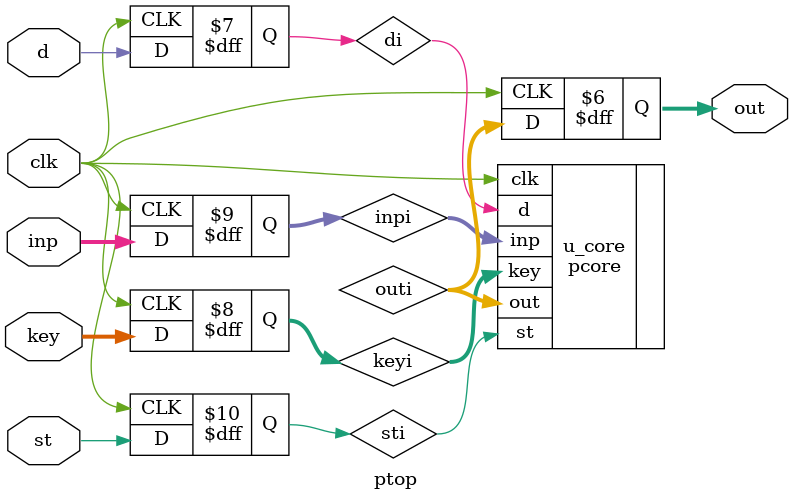
<source format=v>
module  ptop  ( st , inp , key , d , out , clk ) ;


input            st  ;
input   [0:63]   inp ;
input   [0:127]  key ;
input            d   ;
input            clk  ;

output  [0:63]   out   ;

reg              sti   ;
reg     [0:63]   inpi  ;
reg     [0:127]  keyi  ;
reg              di    ;
wire    [0:63]   outi  ;
reg     [0:63]   out   ;


// Input regs
always  @ ( posedge clk )  sti   <=  st  ;
always  @ ( posedge clk )  inpi  <=  inp ;
always  @ ( posedge clk )  keyi  <=  key ;
always  @ ( posedge clk )  di    <=  d   ;

// Core
pcore  u_core  ( .st( sti ) , .d( di ) , .inp( inpi ) , .key( keyi ) , .out( outi ) , .clk( clk ) ) ;

// Output regs
always  @ ( posedge clk )  out  <=  outi ;


endmodule
//////////////////////////////////////////////////


</source>
